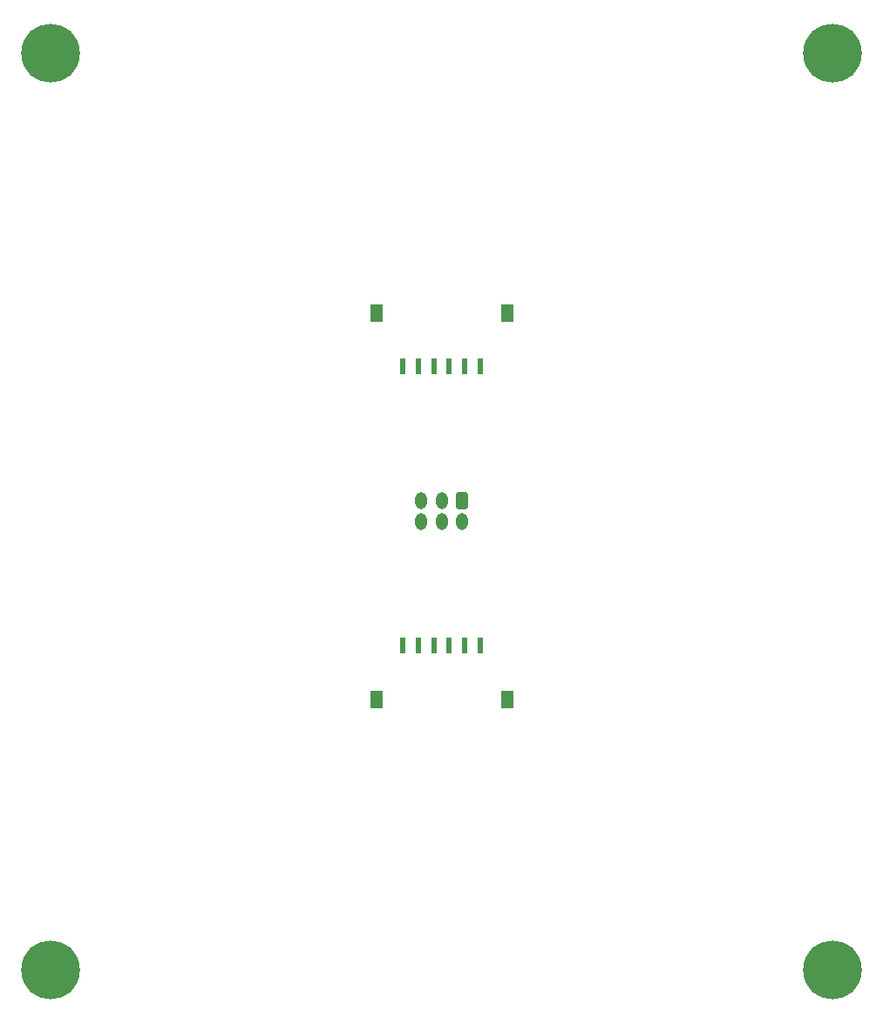
<source format=gbr>
%TF.GenerationSoftware,KiCad,Pcbnew,9.0.0*%
%TF.CreationDate,2025-09-25T12:09:15-07:00*%
%TF.ProjectId,XY_Faces_V3,58595f46-6163-4657-935f-56332e6b6963,3.0*%
%TF.SameCoordinates,Original*%
%TF.FileFunction,Soldermask,Bot*%
%TF.FilePolarity,Negative*%
%FSLAX46Y46*%
G04 Gerber Fmt 4.6, Leading zero omitted, Abs format (unit mm)*
G04 Created by KiCad (PCBNEW 9.0.0) date 2025-09-25 12:09:15*
%MOMM*%
%LPD*%
G01*
G04 APERTURE LIST*
G04 Aperture macros list*
%AMRoundRect*
0 Rectangle with rounded corners*
0 $1 Rounding radius*
0 $2 $3 $4 $5 $6 $7 $8 $9 X,Y pos of 4 corners*
0 Add a 4 corners polygon primitive as box body*
4,1,4,$2,$3,$4,$5,$6,$7,$8,$9,$2,$3,0*
0 Add four circle primitives for the rounded corners*
1,1,$1+$1,$2,$3*
1,1,$1+$1,$4,$5*
1,1,$1+$1,$6,$7*
1,1,$1+$1,$8,$9*
0 Add four rect primitives between the rounded corners*
20,1,$1+$1,$2,$3,$4,$5,0*
20,1,$1+$1,$4,$5,$6,$7,0*
20,1,$1+$1,$6,$7,$8,$9,0*
20,1,$1+$1,$8,$9,$2,$3,0*%
G04 Aperture macros list end*
%ADD10C,5.700000*%
%ADD11RoundRect,0.250000X0.350000X0.575000X-0.350000X0.575000X-0.350000X-0.575000X0.350000X-0.575000X0*%
%ADD12O,1.200000X1.650000*%
%ADD13R,0.600000X1.500000*%
%ADD14R,1.250000X1.800000*%
G04 APERTURE END LIST*
D10*
%TO.C,J2*%
X106500000Y-70300000D03*
%TD*%
%TO.C,J3*%
X106500000Y-159300000D03*
%TD*%
%TO.C,J4*%
X182500000Y-70300000D03*
%TD*%
%TO.C,J5*%
X182500000Y-159300000D03*
%TD*%
D11*
%TO.C,CN1*%
X146500001Y-113750001D03*
D12*
X146500001Y-115750002D03*
X144500000Y-113750001D03*
X144500001Y-115750001D03*
X142500001Y-113750001D03*
X142500000Y-115750001D03*
%TD*%
D13*
%TO.C,U6*%
X140750000Y-100690000D03*
X142250000Y-100690000D03*
X143749999Y-100690000D03*
X145250001Y-100690000D03*
X146750000Y-100690000D03*
X148250000Y-100690000D03*
D14*
X150850000Y-95509999D03*
X138150000Y-95509999D03*
%TD*%
D13*
%TO.C,U5*%
X148250000Y-127810000D03*
X146750000Y-127810000D03*
X145250001Y-127810000D03*
X143749999Y-127810000D03*
X142250000Y-127810000D03*
X140750000Y-127810000D03*
D14*
X138150000Y-132990001D03*
X150850000Y-132990001D03*
%TD*%
M02*

</source>
